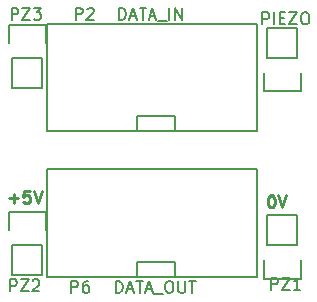
<source format=gto>
G04 #@! TF.FileFunction,Legend,Top*
%FSLAX46Y46*%
G04 Gerber Fmt 4.6, Leading zero omitted, Abs format (unit mm)*
G04 Created by KiCad (PCBNEW 4.0.0-rc2-stable) date 02/03/2016 18:28:07*
%MOMM*%
G01*
G04 APERTURE LIST*
%ADD10C,0.150000*%
%ADD11C,0.200000*%
%ADD12C,0.254000*%
G04 APERTURE END LIST*
D10*
D11*
X118996000Y29124000D02*
X118996000Y30394000D01*
X118996000Y30394000D02*
X115821000Y30394000D01*
X115821000Y30394000D02*
X115821000Y29124000D01*
X108201000Y38224000D02*
X108201000Y29124000D01*
X108201000Y29124000D02*
X125961000Y29124000D01*
X125961000Y29124000D02*
X125961000Y38224000D01*
X125961000Y38224000D02*
X108201000Y38224000D01*
D10*
X126860000Y35325000D02*
X126860000Y37865000D01*
X126580000Y32505000D02*
X126580000Y34055000D01*
X126860000Y35325000D02*
X129400000Y35325000D01*
X129680000Y34055000D02*
X129680000Y32505000D01*
X129680000Y32505000D02*
X126580000Y32505000D01*
X129400000Y35325000D02*
X129400000Y37865000D01*
X129400000Y37865000D02*
X126860000Y37865000D01*
X126860000Y19450000D02*
X126860000Y21990000D01*
X126580000Y16630000D02*
X126580000Y18180000D01*
X126860000Y19450000D02*
X129400000Y19450000D01*
X129680000Y18180000D02*
X129680000Y16630000D01*
X129680000Y16630000D02*
X126580000Y16630000D01*
X129400000Y19450000D02*
X129400000Y21990000D01*
X129400000Y21990000D02*
X126860000Y21990000D01*
D11*
X118996000Y16805000D02*
X118996000Y18075000D01*
X118996000Y18075000D02*
X115821000Y18075000D01*
X115821000Y18075000D02*
X115821000Y16805000D01*
X108201000Y25905000D02*
X108201000Y16805000D01*
X108201000Y16805000D02*
X125961000Y16805000D01*
X125961000Y16805000D02*
X125961000Y25905000D01*
X125961000Y25905000D02*
X108201000Y25905000D01*
D10*
X107810000Y19450000D02*
X107810000Y16910000D01*
X108090000Y22270000D02*
X108090000Y20720000D01*
X107810000Y19450000D02*
X105270000Y19450000D01*
X104990000Y20720000D02*
X104990000Y22270000D01*
X104990000Y22270000D02*
X108090000Y22270000D01*
X105270000Y19450000D02*
X105270000Y16910000D01*
X105270000Y16910000D02*
X107810000Y16910000D01*
X107810000Y35325000D02*
X107810000Y32785000D01*
X108090000Y38145000D02*
X108090000Y36595000D01*
X107810000Y35325000D02*
X105270000Y35325000D01*
X104990000Y36595000D02*
X104990000Y38145000D01*
X104990000Y38145000D02*
X108090000Y38145000D01*
X105270000Y35325000D02*
X105270000Y32785000D01*
X105270000Y32785000D02*
X107810000Y32785000D01*
X110627905Y38555619D02*
X110627905Y39555619D01*
X111008858Y39555619D01*
X111104096Y39508000D01*
X111151715Y39460381D01*
X111199334Y39365143D01*
X111199334Y39222286D01*
X111151715Y39127048D01*
X111104096Y39079429D01*
X111008858Y39031810D01*
X110627905Y39031810D01*
X111580286Y39460381D02*
X111627905Y39508000D01*
X111723143Y39555619D01*
X111961239Y39555619D01*
X112056477Y39508000D01*
X112104096Y39460381D01*
X112151715Y39365143D01*
X112151715Y39269905D01*
X112104096Y39127048D01*
X111532667Y38555619D01*
X112151715Y38555619D01*
X114025476Y15441619D02*
X114025476Y16441619D01*
X114263571Y16441619D01*
X114406429Y16394000D01*
X114501667Y16298762D01*
X114549286Y16203524D01*
X114596905Y16013048D01*
X114596905Y15870190D01*
X114549286Y15679714D01*
X114501667Y15584476D01*
X114406429Y15489238D01*
X114263571Y15441619D01*
X114025476Y15441619D01*
X114977857Y15727333D02*
X115454048Y15727333D01*
X114882619Y15441619D02*
X115215952Y16441619D01*
X115549286Y15441619D01*
X115739762Y16441619D02*
X116311191Y16441619D01*
X116025476Y15441619D02*
X116025476Y16441619D01*
X116596905Y15727333D02*
X117073096Y15727333D01*
X116501667Y15441619D02*
X116835000Y16441619D01*
X117168334Y15441619D01*
X117263572Y15346381D02*
X118025477Y15346381D01*
X118454048Y16441619D02*
X118644525Y16441619D01*
X118739763Y16394000D01*
X118835001Y16298762D01*
X118882620Y16108286D01*
X118882620Y15774952D01*
X118835001Y15584476D01*
X118739763Y15489238D01*
X118644525Y15441619D01*
X118454048Y15441619D01*
X118358810Y15489238D01*
X118263572Y15584476D01*
X118215953Y15774952D01*
X118215953Y16108286D01*
X118263572Y16298762D01*
X118358810Y16394000D01*
X118454048Y16441619D01*
X119311191Y16441619D02*
X119311191Y15632095D01*
X119358810Y15536857D01*
X119406429Y15489238D01*
X119501667Y15441619D01*
X119692144Y15441619D01*
X119787382Y15489238D01*
X119835001Y15536857D01*
X119882620Y15632095D01*
X119882620Y16441619D01*
X120215953Y16441619D02*
X120787382Y16441619D01*
X120501667Y15441619D02*
X120501667Y16441619D01*
X126431619Y38174619D02*
X126431619Y39174619D01*
X126812572Y39174619D01*
X126907810Y39127000D01*
X126955429Y39079381D01*
X127003048Y38984143D01*
X127003048Y38841286D01*
X126955429Y38746048D01*
X126907810Y38698429D01*
X126812572Y38650810D01*
X126431619Y38650810D01*
X127431619Y38174619D02*
X127431619Y39174619D01*
X127907809Y38698429D02*
X128241143Y38698429D01*
X128384000Y38174619D02*
X127907809Y38174619D01*
X127907809Y39174619D01*
X128384000Y39174619D01*
X128717333Y39174619D02*
X129384000Y39174619D01*
X128717333Y38174619D01*
X129384000Y38174619D01*
X129955428Y39174619D02*
X130145905Y39174619D01*
X130241143Y39127000D01*
X130336381Y39031762D01*
X130384000Y38841286D01*
X130384000Y38507952D01*
X130336381Y38317476D01*
X130241143Y38222238D01*
X130145905Y38174619D01*
X129955428Y38174619D01*
X129860190Y38222238D01*
X129764952Y38317476D01*
X129717333Y38507952D01*
X129717333Y38841286D01*
X129764952Y39031762D01*
X129860190Y39127000D01*
X129955428Y39174619D01*
X127169714Y15695619D02*
X127169714Y16695619D01*
X127550667Y16695619D01*
X127645905Y16648000D01*
X127693524Y16600381D01*
X127741143Y16505143D01*
X127741143Y16362286D01*
X127693524Y16267048D01*
X127645905Y16219429D01*
X127550667Y16171810D01*
X127169714Y16171810D01*
X128074476Y16695619D02*
X128741143Y16695619D01*
X128074476Y15695619D01*
X128741143Y15695619D01*
X129645905Y15695619D02*
X129074476Y15695619D01*
X129360190Y15695619D02*
X129360190Y16695619D01*
X129264952Y16552762D01*
X129169714Y16457524D01*
X129074476Y16409905D01*
X110246905Y15441619D02*
X110246905Y16441619D01*
X110627858Y16441619D01*
X110723096Y16394000D01*
X110770715Y16346381D01*
X110818334Y16251143D01*
X110818334Y16108286D01*
X110770715Y16013048D01*
X110723096Y15965429D01*
X110627858Y15917810D01*
X110246905Y15917810D01*
X111675477Y16441619D02*
X111485000Y16441619D01*
X111389762Y16394000D01*
X111342143Y16346381D01*
X111246905Y16203524D01*
X111199286Y16013048D01*
X111199286Y15632095D01*
X111246905Y15536857D01*
X111294524Y15489238D01*
X111389762Y15441619D01*
X111580239Y15441619D01*
X111675477Y15489238D01*
X111723096Y15536857D01*
X111770715Y15632095D01*
X111770715Y15870190D01*
X111723096Y15965429D01*
X111675477Y16013048D01*
X111580239Y16060667D01*
X111389762Y16060667D01*
X111294524Y16013048D01*
X111246905Y15965429D01*
X111199286Y15870190D01*
X114311143Y38555619D02*
X114311143Y39555619D01*
X114549238Y39555619D01*
X114692096Y39508000D01*
X114787334Y39412762D01*
X114834953Y39317524D01*
X114882572Y39127048D01*
X114882572Y38984190D01*
X114834953Y38793714D01*
X114787334Y38698476D01*
X114692096Y38603238D01*
X114549238Y38555619D01*
X114311143Y38555619D01*
X115263524Y38841333D02*
X115739715Y38841333D01*
X115168286Y38555619D02*
X115501619Y39555619D01*
X115834953Y38555619D01*
X116025429Y39555619D02*
X116596858Y39555619D01*
X116311143Y38555619D02*
X116311143Y39555619D01*
X116882572Y38841333D02*
X117358763Y38841333D01*
X116787334Y38555619D02*
X117120667Y39555619D01*
X117454001Y38555619D01*
X117549239Y38460381D02*
X118311144Y38460381D01*
X118549239Y38555619D02*
X118549239Y39555619D01*
X119025429Y38555619D02*
X119025429Y39555619D01*
X119596858Y38555619D01*
X119596858Y39555619D01*
X105071714Y15568619D02*
X105071714Y16568619D01*
X105452667Y16568619D01*
X105547905Y16521000D01*
X105595524Y16473381D01*
X105643143Y16378143D01*
X105643143Y16235286D01*
X105595524Y16140048D01*
X105547905Y16092429D01*
X105452667Y16044810D01*
X105071714Y16044810D01*
X105976476Y16568619D02*
X106643143Y16568619D01*
X105976476Y15568619D01*
X106643143Y15568619D01*
X106976476Y16473381D02*
X107024095Y16521000D01*
X107119333Y16568619D01*
X107357429Y16568619D01*
X107452667Y16521000D01*
X107500286Y16473381D01*
X107547905Y16378143D01*
X107547905Y16282905D01*
X107500286Y16140048D01*
X106928857Y15568619D01*
X107547905Y15568619D01*
X105198714Y38555619D02*
X105198714Y39555619D01*
X105579667Y39555619D01*
X105674905Y39508000D01*
X105722524Y39460381D01*
X105770143Y39365143D01*
X105770143Y39222286D01*
X105722524Y39127048D01*
X105674905Y39079429D01*
X105579667Y39031810D01*
X105198714Y39031810D01*
X106103476Y39555619D02*
X106770143Y39555619D01*
X106103476Y38555619D01*
X106770143Y38555619D01*
X107055857Y39555619D02*
X107674905Y39555619D01*
X107341571Y39174667D01*
X107484429Y39174667D01*
X107579667Y39127048D01*
X107627286Y39079429D01*
X107674905Y38984190D01*
X107674905Y38746095D01*
X107627286Y38650857D01*
X107579667Y38603238D01*
X107484429Y38555619D01*
X107198714Y38555619D01*
X107103476Y38603238D01*
X107055857Y38650857D01*
D12*
X127138191Y23689381D02*
X127234952Y23689381D01*
X127331714Y23641000D01*
X127380095Y23592619D01*
X127428476Y23495857D01*
X127476857Y23302333D01*
X127476857Y23060429D01*
X127428476Y22866905D01*
X127380095Y22770143D01*
X127331714Y22721762D01*
X127234952Y22673381D01*
X127138191Y22673381D01*
X127041429Y22721762D01*
X126993048Y22770143D01*
X126944667Y22866905D01*
X126896286Y23060429D01*
X126896286Y23302333D01*
X126944667Y23495857D01*
X126993048Y23592619D01*
X127041429Y23641000D01*
X127138191Y23689381D01*
X127767143Y23689381D02*
X128105810Y22673381D01*
X128444476Y23689381D01*
X104979715Y23441429D02*
X105753810Y23441429D01*
X105366762Y23054381D02*
X105366762Y23828476D01*
X106721429Y24070381D02*
X106237620Y24070381D01*
X106189239Y23586571D01*
X106237620Y23634952D01*
X106334382Y23683333D01*
X106576286Y23683333D01*
X106673048Y23634952D01*
X106721429Y23586571D01*
X106769810Y23489810D01*
X106769810Y23247905D01*
X106721429Y23151143D01*
X106673048Y23102762D01*
X106576286Y23054381D01*
X106334382Y23054381D01*
X106237620Y23102762D01*
X106189239Y23151143D01*
X107060096Y24070381D02*
X107398763Y23054381D01*
X107737429Y24070381D01*
M02*

</source>
